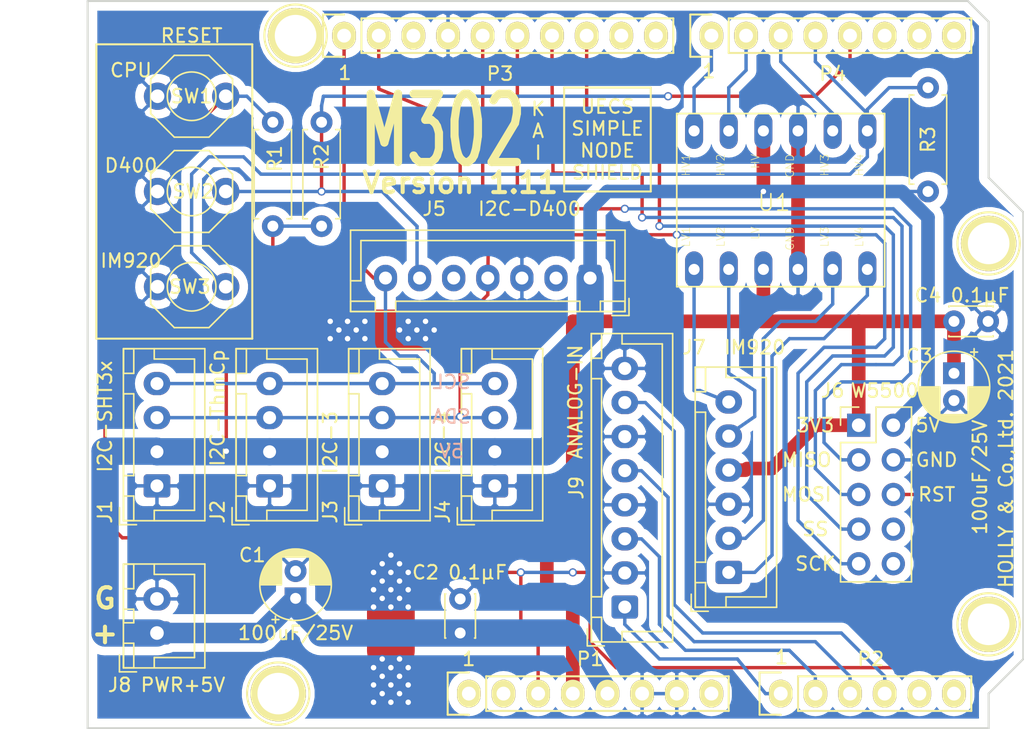
<source format=kicad_pcb>
(kicad_pcb (version 20221018) (generator pcbnew)
  (title_block (date "lun. 30 mars 2015"))
  (layers (0 "F.Cu" signal) (31 "B.Cu" signal) (34 "B.Paste" user) (35 "F.Paste" user) (36 "B.SilkS" user "B.Silkscreen") (37 "F.SilkS" user "F.Silkscreen") (38 "B.Mask" user) (39 "F.Mask" user) (44 "Edge.Cuts" user))
  (net 0 "")
  (net 1 "/IOREF")
  (net 2 "/Reset")
  (net 3 "+5V")
  (net 4 "GND")
  (net 5 "/AREF")
  (net 6 "/A4(SDA)")
  (net 7 "/A5(SCL)")
  (net 8 "/9(**)")
  (net 9 "/8")
  (net 10 "/7")
  (net 11 "/6(**)")
  (net 12 "/5(**)")
  (net 13 "/4")
  (net 14 "/3(**)")
  (net 15 "/2")
  (net 16 "/1(Tx)")
  (net 17 "/0(Rx)")
  (net 18 "Net-(P5-Pad1)")
  (net 19 "Net-(P6-Pad1)")
  (net 20 "Net-(P7-Pad1)")
  (net 21 "Net-(P8-Pad1)")
  (net 22 "/13(SCK)")
  (net 23 "/10(**/SS)")
  (net 24 "Net-(P1-Pad1)")
  (net 25 "+3V3")
  (net 26 "/12(MISO)")
  (net 27 "/11(**/MOSI)")
  (net 28 "Net-(J5-Pad5)")
  (net 29 "Net-(J5-Pad2)")
  (net 30 "Net-(J7-Pad6)")
  (net 31 "Net-(J7-Pad5)")
  (net 32 "Net-(J7-Pad2)")
  (net 33 "Net-(J7-Pad1)")
  (net 34 "Net-(J6-Pad10)")
  (net 35 "Net-(J6-Pad8)")
  (net 36 "Net-(P1-Pad8)")
  (net 37 "Net-(J9-Pad7)")
  (net 38 "Net-(J9-Pad5)")
  (net 39 "Net-(J9-Pad3)")
  (net 40 "Net-(J9-Pad1)")
  (net 41 "Net-(P2-Pad5)")
  (net 42 "Net-(P2-Pad6)")
  (footprint "Socket_Arduino_Uno:Socket_Strip_Arduino_1x08" (layer "F.Cu") (at 138.938 123.825)
    (fp_text reference "P1")
    (fp_text value "Power")
  )
  (footprint "Socket_Arduino_Uno:Socket_Strip_Arduino_1x06" (layer "F.Cu") (at 161.798 123.825)
    (fp_text reference "P2")
    (fp_text value "Analog")
  )
  (footprint "Socket_Arduino_Uno:Socket_Strip_Arduino_1x10" (layer "F.Cu") (at 129.794 75.565)
    (fp_text reference "P3")
    (fp_text value "Digital")
  )
  (footprint "Socket_Arduino_Uno:Socket_Strip_Arduino_1x08" (layer "F.Cu") (at 156.718 75.565)
    (fp_text reference "P4")
    (fp_text value "Digital")
  )
  (footprint "Socket_Arduino_Uno:Arduino_1pin" (layer "F.Cu") (at 124.968 123.825)
    (fp_text reference "P5" hide)
    (fp_text value "CONN_01X01" hide)
  )
  (footprint "Socket_Arduino_Uno:Arduino_1pin" (layer "F.Cu") (at 177.038 118.745)
    (fp_text reference "P6" hide)
    (fp_text value "CONN_01X01" hide)
  )
  (footprint "Socket_Arduino_Uno:Arduino_1pin" (layer "F.Cu") (at 126.238 75.565)
    (fp_text reference "P7" hide)
    (fp_text value "CONN_01X01" hide)
  )
  (footprint "Socket_Arduino_Uno:Arduino_1pin" (layer "F.Cu") (at 177.038 90.805)
    (fp_text reference "P8" hide)
    (fp_text value "CONN_01X01" hide)
  )
  (footprint "Connector_JST:JST_XH_B4B-XH-A_1x04_P2.50mm_Vertical" (layer "F.Cu") (at 116.078 108.585 90)
    (fp_text reference "J1")
    (fp_text value "I2C-SHT3x")
  )
  (footprint "Connector_JST:JST_XH_B4B-XH-A_1x04_P2.50mm_Vertical" (layer "F.Cu") (at 124.333 108.585 90)
    (fp_text reference "J2")
    (fp_text value "I2C-ThmCp")
  )
  (footprint "Connector_JST:JST_XH_B4B-XH-A_1x04_P2.50mm_Vertical" (layer "F.Cu") (at 132.588 108.585 90)
    (fp_text reference "J3")
    (fp_text value "I2C-3")
  )
  (footprint "Connector_JST:JST_XH_B4B-XH-A_1x04_P2.50mm_Vertical" (layer "F.Cu") (at 140.843 108.585 90)
    (fp_text reference "J4")
    (fp_text value "I2C-4")
  )
  (footprint "HOLLY:TVDT18-050" (layer "F.Cu") (at 118.618 86.995)
    (fp_text reference "SW2")
    (fp_text value "D400")
  )
  (footprint "Connector_JST:JST_XH_B7B-XH-A_1x07_P2.50mm_Vertical" (layer "F.Cu") (at 147.828 93.345 180)
    (fp_text reference "J5")
    (fp_text value "I2C-D400")
  )
  (footprint "HOLLY:TVDT18-050" (layer "F.Cu") (at 118.618 80.01)
    (fp_text reference "SW1")
    (fp_text value "CPU")
  )
  (footprint "Connector_PinHeader_2.54mm:PinHeader_2x05_P2.54mm_Vertical" (layer "F.Cu") (at 167.513 104.14)
    (fp_text reference "J6")
    (fp_text value "W5500")
  )
  (footprint "Connector_JST:JST_XH_B6B-XH-A_1x06_P2.50mm_Vertical" (layer "F.Cu") (at 157.988 114.935 90)
    (fp_text reference "J7")
    (fp_text value "IM920")
  )
  (footprint "Capacitor_THT:CP_Radial_D5.0mm_P2.00mm" (layer "F.Cu") (at 126.238 116.84 90)
    (fp_text reference "C1")
    (fp_text value "100uF/25V")
  )
  (footprint "Connector_JST:JST_XH_B2B-XH-A_1x02_P2.50mm_Vertical" (layer "F.Cu") (at 116.078 119.38 90)
    (fp_text reference "J8")
    (fp_text value "PWR+5V")
  )
  (footprint "HOLLY:SFE-BOB-12009" (layer "F.Cu") (at 161.798 87.63 -90)
    (fp_text reference "U1")
    (fp_text value "SFE-BOB-12009")
  )
  (footprint "HOLLY:TVDT18-050" (layer "F.Cu") (at 118.618 93.98 180)
    (fp_text reference "SW3")
    (fp_text value "IM920")
  )
  (footprint "Connector_JST:JST_XH_B8B-XH-A_1x08_P2.50mm_Vertical" (layer "F.Cu") (at 150.368 117.475 90)
    (fp_text reference "J9")
    (fp_text value "ANALOG-IN")
  )
  (footprint "Resistor_THT:R_Axial_DIN0207_L6.3mm_D2.5mm_P7.62mm_Horizontal" (layer "F.Cu") (at 172.593 79.375 -90)
    (fp_text reference "R3")
    (fp_text value "10k")
  )
  (footprint "Resistor_THT:R_Axial_DIN0207_L6.3mm_D2.5mm_P7.62mm_Horizontal" (layer "F.Cu") (at 124.571835 89.535 90)
    (fp_text reference "R1")
    (fp_text value "10k")
  )
  (footprint "Resistor_THT:R_Axial_DIN0207_L6.3mm_D2.5mm_P7.62mm_Horizontal" (layer "F.Cu") (at 128.143 89.535 90)
    (fp_text reference "R2")
    (fp_text value "10k")
  )
  (footprint "Capacitor_THT:C_Disc_D3.0mm_W2.0mm_P2.50mm" (layer "F.Cu") (at 138.303 119.38 90)
    (fp_text reference "C2")
    (fp_text value "0.1μF")
  )
  (footprint "Capacitor_THT:CP_Radial_D5.0mm_P2.00mm" (layer "F.Cu") (at 174.498 100.33 -90)
    (fp_text reference "C3")
    (fp_text value "100uF/25V")
  )
  (footprint "Capacitor_THT:C_Disc_D3.0mm_W2.0mm_P2.50mm" (layer "F.Cu") (at 174.498 96.52)
    (fp_text reference "C4")
    (fp_text value "0.1μF")
  )
  (gr_line (start 111.633 97.79) (end 111.633 76.2) (stroke (width 0.15)) (layer "F.SilkS"))
  (gr_line (start 145.923 86.995) (end 145.923 79.375) (stroke (width 0.15)) (layer "F.SilkS"))
  (gr_line (start 152.273 86.995) (end 145.923 86.995) (stroke (width 0.15)) (layer "F.SilkS"))
  (gr_line (start 123.063 76.2) (end 123.063 97.79) (stroke (width 0.15)) (layer "F.SilkS"))
  (gr_line (start 123.063 97.79) (end 111.633 97.79) (stroke (width 0.15)) (layer "F.SilkS"))
  (gr_line (start 111.633 76.2) (end 123.063 76.2) (stroke (width 0.15)) (layer "F.SilkS"))
  (gr_line (start 152.273 79.375) (end 152.273 86.995) (stroke (width 0.15)) (layer "F.SilkS"))
  (gr_line (start 145.923 79.375) (end 152.273 79.375) (stroke (width 0.15)) (layer "F.SilkS"))
  (gr_line (start 110.998 73.025) (end 110.998 126.365) (stroke (width 0.15)) (layer "Edge.Cuts"))
  (gr_line (start 177.038 123.825) (end 179.578 121.285) (stroke (width 0.15)) (layer "Edge.Cuts"))
  (gr_line (start 177.038 74.549) (end 175.514 73.025) (stroke (width 0.15)) (layer "Edge.Cuts"))
  (gr_line (start 175.514 73.025) (end 110.998 73.025) (stroke (width 0.15)) (layer "Edge.Cuts"))
  (gr_line (start 179.578 88.519) (end 177.038 85.979) (stroke (width 0.15)) (layer "Edge.Cuts"))
  (gr_line (start 179.578 121.285) (end 179.578 88.519) (stroke (width 0.15)) (layer "Edge.Cuts"))
  (gr_line (start 110.998 126.365) (end 177.038 126.365) (stroke (width 0.15)) (layer "Edge.Cuts"))
  (gr_line (start 177.038 126.365) (end 177.038 123.825) (stroke (width 0.15)) (layer "Edge.Cuts"))
  (gr_line (start 177.038 85.979) (end 177.038 74.549) (stroke (width 0.15)) (layer "Edge.Cuts"))
  (gr_text "5V" (at 137.668 106.045) (layer "B.SilkS") (effects (font (size 1 1)) (justify mirror)))
  (gr_text "SCL" (at 137.668 100.965) (layer "B.SilkS") (effects (font (size 1 1)) (justify mirror)))
  (gr_text "SDA" (at 137.668 103.505) (layer "B.SilkS") (effects (font (size 1 1)) (justify mirror)))
  (gr_text "1" (at 161.8615 121.158) (layer "F.SilkS") (effects (font (size 1 1))))
  (gr_text "1" (at 156.5275 78.1685) (layer "F.SilkS") (effects (font (size 1 1))))
  (gr_text "1" (at 129.8575 78.2955) (layer "F.SilkS") (effects (font (size 1 1))))
  (gr_text "K\nA\nI" (at 144.018 82.55) (layer "F.SilkS") (effects (font (size 1 1))))
  (gr_text "GND" (at 173.228 106.68) (layer "F.SilkS") (effects (font (size 1 1))))
  (gr_text "RST" (at 173.228 109.22) (layer "F.SilkS") (effects (font (size 1 1))))
  (gr_text "M302" (at 137.033 82.55) (layer "F.SilkS") (effects (font (size 5 3) (thickness 0.6))))
  (gr_text "MOSI" (at 163.703 109.22) (layer "F.SilkS") (effects (font (size 1 1))))
  (gr_text "MISO" (at 163.703 106.68) (layer "F.SilkS") (effects (font (size 1 1))))
  (gr_text "Version 1.11" (at 138.303 86.36) (layer "F.SilkS") (effects (font (size 1.5 1.5) (thickness 0.3))))
  (gr_text "G" (at 112.268 116.84) (layer "F.SilkS") (effects (font (size 1.5 1.5) (thickness 0.3))))
  (gr_text "3V3" (at 164.338 104.14) (layer "F.SilkS") (effects (font (size 1 1))))
  (gr_text "HOLLY & Co.,Ltd. 2021" (at 178.308 107.315 90) (layer "F.SilkS") (effects (font (size 1 1))))
  (gr_text "SS" (at 164.338 111.76) (layer "F.SilkS") (effects (font (size 1 1))))
  (gr_text "5V" (at 172.593 104.14) (layer "F.SilkS") (effects (font (size 1 1))))
  (gr_text "+" (at 112.268 119.38) (layer "F.SilkS") (effects (font (size 1.5 1.5) (thickness 0.3))))
  (gr_text "RESET" (at 118.618 75.565) (layer "F.SilkS") (effects (font (size 1 1))))
  (gr_text "UECS\nSIMPLE\nNODE\nSHIELD" (at 149.098 83.185) (layer "F.SilkS") (effects (font (size 1 1))))
  (gr_text "SCK" (at 164.338 114.3) (layer "F.SilkS") (effects (font (size 1 1))))
  (gr_text "1" (at 138.938 121.285) (layer "F.SilkS") (effects (font (size 1 1))))
  (segment (start 142.748 114.935) (end 142.748 114.935) (width 0.25) (layer "F.Cu") (net 2))
  (segment (start 112.268 85.725) (end 114.808 83.185) (width 0.25) (layer "F.Cu") (net 2))
  (segment (start 112.268 111.125) (end 112.268 85.725) (width 0.25) (layer "F.Cu") (net 2))
  (segment (start 149.733 121.92) (end 171.323 121.92) (width 0.25) (layer "F.Cu") (net 2))
  (segment (start 147.828 114.935) (end 147.828 120.015) (width 0.25) (layer "F.Cu") (net 2))
  (segment (start 142.748 118.745) (end 142.748 114.935) (width 0.25) (layer "F.Cu") (net 2))
  (segment (start 139.573 112.395) (end 113.538 112.395) (width 0.25) (layer "F.Cu") (net 2))
  (segment (start 146.558 114.935) (end 147.828 114.935) (width 0.25) (layer "F.Cu") (net 2))
  (segment (start 171.958 109.22) (end 170.053 109.22) (width 0.25) (layer "F.Cu") (net 2))
  (segment (start 113.538 112.395) (end 112.268 111.125) (width 0.25) (layer "F.Cu") (net 2))
  (segment (start 144.018 123.825) (end 144.018 119.38) (width 0.25) (layer "F.Cu") (net 2))
  (segment (start 142.748 114.935) (end 140.208 114.935) (width 0.25) (layer "F.Cu") (net 2))
  (segment (start 114.808 83.185) (end 117.943 83.185) (width 0.25) (layer "F.Cu") (net 2))
  (segment (start 147.828 120.015) (end 149.733 121.92) (width 0.25) (layer "F.Cu") (net 2))
  (segment (start 173.228 120.015) (end 173.228 110.49) (width 0.25) (layer "F.Cu") (net 2))
  (segment (start 117.943 83.185) (end 121.118 80.01) (width 0.25) (layer "F.Cu") (net 2))
  (segment (start 144.018 119.38) (end 142.748 118.745) (width 0.25) (layer "F.Cu") (net 2))
  (segment (start 173.228 110.49) (end 171.958 109.22) (width 0.25) (layer "F.Cu") (net 2))
  (segment (start 140.208 114.935) (end 139.573 112.395) (width 0.25) (layer "F.Cu") (net 2))
  (segment (start 171.323 121.92) (end 173.228 120.015) (width 0.25) (layer "F.Cu") (net 2))
  (via (at 146.558 114.935) (size 0.6) (drill 0.4) (layers "F.Cu" "B.Cu") (net 2))
  (via (at 142.748 114.935) (size 0.6) (drill 0.4) (layers "F.Cu" "B.Cu") (net 2))
  (segment (start 146.558 114.935) (end 146.558 114.935) (width 0.25) (layer "B.Cu") (net 2))
  (segment (start 142.748 114.935) (end 146.558 114.935) (width 0.25) (layer "B.Cu") (net 2))
  (segment (start 122.666835 80.01) (end 124.571835 81.915) (width 0.25) (layer "B.Cu") (net 2))
  (segment (start 121.118 80.01) (end 122.666835 80.01) (width 0.25) (layer "B.Cu") (net 2))
  (segment (start 160.528 86.995) (end 160.528 86.995) (width 0.5) (layer "F.Cu") (net 3))
  (segment (start 121.158 106.045) (end 121.158 106.045) (width 0.25) (layer "F.Cu") (net 3))
  (segment (start 124.571835 95.011165) (end 121.158 98.425) (width 0.25) (layer "F.Cu") (net 3))
  (segment (start 121.158 98.425) (end 121.158 106.045) (width 0.25) (layer "F.Cu") (net 3))
  (segment (start 124.571835 89.535) (end 124.571835 95.011165) (width 0.25) (layer "F.Cu") (net 3))
  (segment (start 160.528 82.55) (end 160.528 86.995) (width 1) (layer "F.Cu") (net 3))
  (via (at 160.528 86.995) (size 0.6) (drill 0.4) (layers "F.Cu" "B.Cu") (net 3))
  (via (at 121.158 106.045) (size 0.6) (drill 0.4) (layers "F.Cu" "B.Cu") (net 3))
  (segment (start 116.078 106.085) (end 124.333 106.085) (width 2) (layer "B.Cu") (net 3))
  (segment (start 126.238 116.84) (end 126.238 117.475) (width 1.5) (layer "B.Cu") (net 3))
  (segment (start 145.288 105.41) (end 145.288 99.695) (width 2) (layer "B.Cu") (net 3))
  (segment (start 170.688 86.995) (end 172.593 88.9) (width 1) (layer "B.Cu") (net 3))
  (segment (start 125.703205 89.535) (end 127.508 89.535) (width 0.25) (layer "B.Cu") (net 3))
  (segment (start 136.398 106.085) (end 140.843 106.085) (width 2) (layer "B.Cu") (net 3))
  (segment (start 172.593 86.995) (end 170.688 86.995) (width 0.25) (layer "B.Cu") (net 3))
  (segment (start 172.593 101.6) (end 170.053 104.14) (width 1) (layer "B.Cu") (net 3))
  (segment (start 147.828 93.345) (end 147.828 88.265) (width 1) (layer "B.Cu") (net 3))
  (segment (start 126.238 117.475) (end 126.873 118.11) (width 1.5) (layer "B.Cu") (net 3))
  (segment (start 126.873 118.11) (end 128.143 119.38) (width 1.5) (layer "B.Cu") (net 3))
  (segment (start 145.288 99.695) (end 147.828 97.155) (width 2) (layer "B.Cu") (net 3))
  (segment (start 116.078 119.38) (end 123.698 119.38) (width 1.5) (layer "B.Cu") (net 3))
  (segment (start 149.098 86.995) (end 170.688 86.995) (width 1) (layer "B.Cu") (net 3))
  (segment (start 116.038 106.045) (end 116.078 106.085) (width 2) (layer "B.Cu") (net 3))
  (segment (start 124.333 106.085) (end 136.398 106.085) (width 2) (layer "B.Cu") (net 3))
  (segment (start 116.078 119.38) (end 112.27301 119.38) (width 2) (layer "B.Cu") (net 3))
  (segment (start 124.571835 89.535) (end 125.703205 89.535) (width 0.25) (layer "B.Cu") (net 3))
  (segment (start 146.558 119.38) (end 149.098 123.647769) (width 1.5) (layer "B.Cu") (net 3))
  (segment (start 123.698 119.38) (end 126.238 116.84) (width 1.5) (layer "B.Cu") (net 3))
  (segment (start 147.828 88.265) (end 149.098 86.995) (width 1) (layer "B.Cu") (net 3))
  (segment (start 128.143 119.38) (end 145.923 119.38) (width 2) (layer "B.Cu") (net 3))
  (segment (start 149.098 123.647769) (end 149.098 123.825) (width 1.5) (layer "B.Cu") (net 3))
  (segment (start 144.613 106.085) (end 145.288 105.41) (width 2) (layer "B.Cu") (net 3))
  (segment (start 112.27301 119.38) (end 112.27301 106.045) (width 2) (layer "B.Cu") (net 3))
  (segment (start 136.398 106.085) (end 137.628 106.085) (width 0.5) (layer "B.Cu") (net 3))
  (segment (start 140.843 106.085) (end 144.613 106.085) (width 2) (layer "B.Cu") (net 3))
  (segment (start 112.27301 106.045) (end 116.038 106.045) (width 2) (layer "B.Cu") (net 3))
  (segment (start 147.828 97.155) (end 147.828 93.345) (width 2) (layer "B.Cu") (net 3))
  (segment (start 172.593 88.9) (end 172.593 101.6) (width 1) (layer "B.Cu") (net 3))
  (segment (start 129.413 97.155) (end 135.763 97.155) (width 3) (layer "F.Cu") (net 4))
  (segment (start 135.763 97.155) (end 135.763 97.155) (width 0.25) (layer "F.Cu") (net 4))
  (segment (start 133.223 114.935) (end 133.223 120.65) (width 3.5) (layer "F.Cu") (net 4))
  (segment (start 133.223 121.92) (end 133.223 121.92) (width 3) (layer "F.Cu") (net 4))
  (segment (start 133.223 121.92) (end 133.223 121.92) (width 3) (layer "F.Cu") (net 4))
  (segment (start 133.223 121.92) (end 133.223 123.825) (width 3.5) (layer "F.Cu") (net 4))
  (segment (start 129.413 97.155) (end 129.413 97.155) (width 0.25) (layer "F.Cu") (net 4))
  (segment (start 163.068 82.55) (end 163.068 92.71) (width 1) (layer "F.Cu") (net 4))
  (segment (start 133.223 116.205) (end 133.223 116.205) (width 3) (layer "F.Cu") (net 4))
  (via (at 130.683 97.155) (size 0.6) (drill 0.4) (layers "F.Cu" "B.Cu") (net 4))
  (via (at 135.128 97.155) (size 0.6) (drill 0.4) (layers "F.Cu" "B.Cu") (net 4))
  (via (at 133.858 115.57) (size 0.6) (drill 0.4) (layers "F.Cu" "B.Cu") (net 4))
  (via (at 133.858 116.84) (size 0.6) (drill 0.4) (layers "F.Cu" "B.Cu") (net 4))
  (via (at 132.588 116.84) (size 0.6) (drill 0.4) (layers "F.Cu" "B.Cu") (net 4))
  (via (at 132.588 115.57) (size 0.6) (drill 0.4) (layers "F.Cu" "B.Cu") (net 4))
  (via (at 133.223 117.475) (size 0.6) (drill 0.4) (layers "F.Cu" "B.Cu") (net 4))
  (via (at 133.223 114.935) (size 0.6) (drill 0.4) (layers "F.Cu" "B.Cu") (net 4))
  (via (at 133.858 121.285) (size 0.6) (drill 0.4) (layers "F.Cu" "B.Cu") (net 4))
  (via (at 132.588 121.285) (size 0.6) (drill 0.4) (layers "F.Cu" "B.Cu") (net 4))
  (via (at 131.953 121.92) (size 0.6) (drill 0.4) (layers "F.Cu" "B.Cu") (net 4))
  (via (at 134.493 121.92) (size 0.6) (drill 0.4) (layers "F.Cu" "B.Cu") (net 4))
  (via (at 133.858 122.555) (size 0.6) (drill 0.4) (layers "F.Cu" "B.Cu") (net 4))
  (via (at 132.588 122.555) (size 0.6) (drill 0.4) (layers "F.Cu" "B.Cu") (net 4))
  (via (at 131.953 123.19) (size 0.6) (drill 0.4) (layers "F.Cu" "B.Cu") (net 4))
  (via (at 133.223 123.19) (size 0.6) (drill 0.4) (layers "F.Cu" "B.Cu") (net 4))
  (via (at 134.493 123.19) (size 0.6) (drill 0.4) (layers "F.Cu" "B.Cu") (net 4))
  (via (at 133.858 123.825) (size 0.6) (drill 0.4) (layers "F.Cu" "B.Cu") (net 4))
  (via (at 132.588 123.825) (size 0.6) (drill 0.4) (layers "F.Cu" "B.Cu") (net 4))
  (via (at 133.223 124.46) (size 0.6) (drill 0.4) (layers "F.Cu" "B.Cu") (net 4))
  (via (at 134.493 124.46) (size 0.6) (drill 0.4) (layers "F.Cu" "B.Cu") (net 4))
  (via (at 131.953 124.46) (size 0.6) (drill 0.4) (layers "F.Cu" "B.Cu") (net 4))
  (via (at 131.953 116.205) (size 0.6) (drill 0.4) (layers "F.Cu" "B.Cu") (net 4))
  (via (at 134.493 116.205) (size 0.6) (drill 0.4) (layers "F.Cu" "B.Cu") (net 4))
  (via (at 134.493 117.475) (size 0.6) (drill 0.4) (layers "F.Cu" "B.Cu") (net 4))
  (via (at 131.953 117.475) (size 0.6) (drill 0.4) (layers "F.Cu" "B.Cu") (net 4))
  (via (at 132.588 114.3) (size 0.6) (drill 0.4) (layers "F.Cu" "B.Cu") (net 4))
  (via (at 133.858 114.3) (size 0.6) (drill 0.4) (layers "F.Cu" "B.Cu") (net 4))
  (via (at 134.493 114.935) (size 0.6) (drill 0.4) (layers "F.Cu" "B.Cu") (net 4))
  (via (at 131.953 114.935) (size 0.6) (drill 0.4) (layers "F.Cu" "B.Cu") (net 4))
  (via (at 133.223 113.665) (size 0.6) (drill 0.4) (layers "F.Cu" "B.Cu") (net 4))
  (via (at 130.048 96.52) (size 0.6) (drill 0.4) (layers "F.Cu" "B.Cu") (net 4))
  (via (at 131.318 96.52) (size 0.6) (drill 0.4) (layers "F.Cu" "B.Cu") (net 4))
  (via (at 131.318 97.79) (size 0.6) (drill 0.4) (layers "F.Cu" "B.Cu") (net 4))
  (via (at 130.048 97.79) (size 0.6) (drill 0.4) (layers "F.Cu" "B.Cu") (net 4))
  (via (at 134.493 97.79) (size 0.6) (drill 0.4) (layers "F.Cu" "B.Cu") (net 4))
  (via (at 134.493 96.52) (size 0.6) (drill 0.4) (layers "F.Cu" "B.Cu") (net 4))
  (via (at 135.763 96.52) (size 0.6) (drill 0.4) (layers "F.Cu" "B.Cu") (net 4))
  (via (at 136.398 97.155) (size 0.6) (drill 0.4) (layers "F.Cu" "B.Cu") (net 4))
  (via (at 135.763 97.79) (size 0.6) (drill 0.4) (layers "F.Cu" "B.Cu") (net 4))
  (via (at 133.858 97.155) (size 0.6) (drill 0.4) (layers "F.Cu" "B.Cu") (net 4))
  (via (at 128.778 96.52) (size 0.6) (drill 0.4) (layers "F.Cu" "B.Cu") (net 4))
  (via (at 128.778 97.79) (size 0.6) (drill 0.4) (layers "F.Cu" "B.Cu") (net 4))
  (via (at 129.413 97.155) (size 0.6) (drill 0.4) (layers "F.Cu" "B.Cu") (net 4))
  (via (at 140.843 108.585) (size 0.6) (drill 0.4) (layers "F.Cu" "B.Cu") (net 4))
  (via (at 133.223 121.92) (size 0.6) (drill 0.4) (layers "F.Cu" "B.Cu") (net 4))
  (via (at 133.223 116.205) (size 0.6) (drill 0.4) (layers "F.Cu" "B.Cu") (net 4))
  (segment (start 138.303 103.505) (end 138.303 103.505) (width 0.25) (layer "F.Cu") (net 6))
  (segment (start 140.328 94.57) (end 139.648 95.25) (width 0.25) (layer "F.Cu") (net 6))
  (segment (start 140.366549 90.328549) (end 138.303 88.265) (width 0.25) (layer "F.Cu") (net 6))
  (segment (start 139.648 95.25) (end 139.648 96.445) (width 0.25) (layer "F.Cu") (net 6))
  (segment (start 132.334 79.4766) (end 132.334 79.375) (width 0.25) (layer "F.Cu") (net 6))
  (segment (start 138.303 81.915) (end 132.334 79.4766) (width 0.25) (layer "F.Cu") (net 6))
  (segment (start 138.303 88.265) (end 138.303 81.915) (width 0.25) (layer "F.Cu") (net 6))
  (segment (start 140.328 93.345) (end 140.328 94.57) (width 0.25) (layer "F.Cu") (net 6))
  (segment (start 132.334 79.375) (end 132.334 75.565) (width 0.25) (layer "F.Cu") (net 6))
  (segment (start 138.303 97.79) (end 138.303 103.505) (width 0.25) (layer "F.Cu") (net 6))
  (segment (start 140.328 93.345) (end 140.366549 90.805) (width 0.25) (layer "F.Cu") (net 6))
  (segment (start 139.648 96.445) (end 138.303 97.79) (width 0.25) (layer "F.Cu") (net 6))
  (segment (start 140.366549 90.805) (end 140.366549 90.328549) (width 0.25) (layer "F.Cu") (net 6))
  (via (at 138.303 103.505) (size 0.6) (drill 0.4) (layers "F.Cu" "B.Cu") (net 6))
  (segment (start 116.078 103.585) (end 136.398 103.585) (width 0.25) (layer "B.Cu") (net 6))
  (segment (start 136.398 103.585) (end 140.843 103.585) (width 0.25) (layer "B.Cu") (net 6))
  (segment (start 129.794 75.565) (end 129.794 91.186) (width 0.25) (layer "F.Cu") (net 7))
  (segment (start 129.794 91.186) (end 131.953 93.345) (width 0.25) (layer "F.Cu") (net 7))
  (segment (start 131.953 93.345) (end 132.828 93.345) (width 0.25) (layer "F.Cu") (net 7))
  (segment (start 136.398 100.33) (end 135.128 99.06) (width 0.25) (layer "B.Cu") (net 7))
  (segment (start 133.858 99.06) (end 132.828 98.03) (width 0.25) (layer "B.Cu") (net 7))
  (segment (start 126.238 101.085) (end 136.398 101.085) (width 0.25) (layer "B.Cu") (net 7))
  (segment (start 136.398 101.085) (end 140.843 101.085) (width 0.25) (layer "B.Cu") (net 7))
  (segment (start 132.828 98.03) (end 132.828 93.345) (width 0.25) (layer "B.Cu") (net 7))
  (segment (start 136.398 101.085) (end 136.398 100.33) (width 0.25) (layer "B.Cu") (net 7))
  (segment (start 135.128 99.06) (end 133.858 99.06) (width 0.25) (layer "B.Cu") (net 7))
  (segment (start 116.078 101.085) (end 126.238 101.085) (width 0.25) (layer "B.Cu") (net 7))
  (segment (start 156.718 78.105) (end 156.718 75.565) (width 0.25) (layer "B.Cu") (net 10))
  (segment (start 155.448 79.375) (end 156.718 78.105) (width 0.25) (layer "B.Cu") (net 10))
  (segment (start 155.448 82.55) (end 155.448 79.375) (width 0.25) (layer "B.Cu") (net 10))
  (segment (start 157.988 79.375) (end 159.258 78.105) (width 0.25) (layer "B.Cu") (net 11))
  (segment (start 157.988 82.55) (end 157.988 79.375) (width 0.25) (layer "B.Cu") (net 11))
  (segment (start 159.258 78.105) (end 159.258 75.565) (width 0.25) (layer "B.Cu") (net 11))
  (segment (start 165.608 82.55) (end 165.608 81.28) (width 0.25) (layer "B.Cu") (net 12))
  (segment (start 165.608 81.28) (end 161.798 77.47) (width 0.25) (layer "B.Cu") (net 12))
  (segment (start 161.798 77.47) (end 161.798 75.565) (width 0.25) (layer "B.Cu") (net 12))
  (segment (start 168.148 82.55) (end 168.148 81.28) (width 0.25) (layer "B.Cu") (net 13))
  (segment (start 118.618 85.725) (end 119.888 84.455) (width 0.25) (layer "B.Cu") (net 13))
  (segment (start 119.888 84.455) (end 122.428 84.455) (width 0.25) (layer "B.Cu") (net 13))
  (segment (start 121.118 93.98) (end 118.618 91.48) (width 0.25) (layer "B.Cu") (net 13))
  (segment (start 122.428 84.455) (end 123.698 85.725) (width 0.25) (layer "B.Cu") (net 13))
  (segment (start 171.46163 79.375) (end 172.593 79.375) (width 0.25) (layer "B.Cu") (net 13))
  (segment (start 166.878 85.725) (end 168.148 84.455) (width 0.25) (layer "B.Cu") (net 13))
  (segment (start 168.148 81.28) (end 164.338 77.47) (width 0.25) (layer "B.Cu") (net 13))
  (segment (start 118.618 91.48) (end 118.618 85.725) (width 0.25) (layer "B.Cu") (net 13))
  (segment (start 168.148 84.455) (end 168.148 82.55) (width 0.25) (layer "B.Cu") (net 13))
  (segment (start 164.338 77.47) (end 164.338 75.565) (width 0.25) (layer "B.Cu") (net 13))
  (segment (start 168.148 82.55) (end 168.148 80.9792) (width 0.25) (layer "B.Cu") (net 13))
  (segment (start 168.148 80.9792) (end 169.7522 79.375) (width 0.25) (layer "B.Cu") (net 13))
  (segment (start 169.7522 79.375) (end 171.46163 79.375) (width 0.25) (layer "B.Cu") (net 13))
  (segment (start 123.698 85.725) (end 166.878 85.725) (width 0.25) (layer "B.Cu") (net 13))
  (segment (start 153.543 80.01) (end 164.338 80.01) (width 0.25) (layer "F.Cu") (net 14))
  (segment (start 166.878 77.47) (end 166.878 75.565) (width 0.25) (layer "F.Cu") (net 14))
  (segment (start 128.143 81.915) (end 128.143 86.995) (width 0.25) (layer "F.Cu") (net 14))
  (segment (start 164.338 80.01) (end 166.878 77.47) (width 0.25) (layer "F.Cu") (net 14))
  (via (at 153.543 80.01) (size 0.6) (drill 0.4) (layers "F.Cu" "B.Cu") (net 14))
  (via (at 128.143 86.995) (size 0.6) (drill 0.4) (layers "F.Cu" "B.Cu") (net 14))
  (segment (start 153.543 80.01) (end 153.543 80.01) (width 0.25) (layer "B.Cu") (net 14))
  (segment (start 135.1416 92.89499) (end 135.009795 93.026795) (width 0.25) (layer "B.Cu") (net 14))
  (segment (start 128.143 81.915) (end 128.143 80.714315) (width 0.25) (layer "B.Cu") (net 14))
  (segment (start 128.28163 80.01) (end 153.543 80.01) (width 0.25) (layer "B.Cu") (net 14))
  (segment (start 132.588 86.995) (end 135.1416 89.5486) (width 0.25) (layer "B.Cu") (net 14))
  (segment (start 128.143 80.714315) (end 128.28163 80.01) (width 0.25) (layer "B.Cu") (net 14))
  (segment (start 135.1416 89.5486) (end 135.1416 92.89499) (width 0.25) (layer "B.Cu") (net 14))
  (segment (start 121.118 86.995) (end 132.588 86.995) (width 0.25) (layer "B.Cu") (net 14))
  (segment (start 141.478 89.789) (end 139.954 88.265) (width 0.25) (layer "F.Cu") (net 22))
  (segment (start 154.178 90.17) (end 141.478 90.17) (width 0.25) (layer "F.Cu") (net 22))
  (segment (start 139.954 88.265) (end 139.954 75.565) (width 0.25) (layer "F.Cu") (net 22))
  (segment (start 141.478 90.17) (end 141.478 89.789) (width 0.25) (layer "F.Cu") (net 22))
  (via (at 154.178 90.17) (size 0.6) (drill 0.4) (layers "F.Cu" "B.Cu") (net 22))
  (segment (start 166.243 114.3) (end 167.513 114.3) (width 0.25) (layer "B.Cu") (net 22))
  (segment (start 169.418 97.79) (end 168.783 98.425) (width 0.25) (layer "B.Cu") (net 22))
  (segment (start 169.418 90.805) (end 169.418 97.79) (width 0.25) (layer "B.Cu") (net 22))
  (segment (start 163.068 100.33) (end 163.068 111.125) (width 0.25) (layer "B.Cu") (net 22))
  (segment (start 168.783 98.425) (end 164.973 98.425) (width 0.25) (layer "B.Cu") (net 22))
  (segment (start 163.068 111.125) (end 166.243 114.3) (width 0.25) (layer "B.Cu") (net 22))
  (segment (start 168.783 90.17) (end 169.418 90.805) (width 0.25) (layer "B.Cu") (net 22))
  (segment (start 164.973 98.425) (end 163.068 100.33) (width 0.25) (layer "B.Cu") (net 22))
  (segment (start 154.178 90.17) (end 168.783 90.17) (width 0.25) (layer "B.Cu") (net 22))
  (segment (start 152.908 89.535) (end 152.908 89.535) (width 0.25) (layer "F.Cu") (net 23))
  (segment (start 147.574 75.565) (end 147.574 84.074) (width 0.25) (layer "F.Cu") (net 23))
  (segment (start 152.908 84.074) (end 147.574 84.074) (width 0.25) (layer "F.Cu") (net 23))
  (segment (start 152.908 84.074) (end 152.908 89.535) (width 0.25) (layer "F.Cu") (net 23))
  (via (at 152.908 89.535) (size 0.6) (drill 0.4) (layers "F.Cu" "B.Cu") (net 23))
  (segment (start 170.053 90.17) (end 169.418 89.535) (width 0.25) (layer "B.Cu") (net 23))
  (segment (start 169.418 99.06) (end 170.053 98.425) (width 0.25) (layer "B.Cu") (net 23))
  (segment (start 170.053 98.425) (end 170.053 90.17) (width 0.25) (layer "B.Cu") (net 23))
  (segment (start 167.513 111.76) (end 166.243 111.76) (width 0.25) (layer "B.Cu") (net 23))
  (segment (start 165.608 99.06) (end 169.418 99.06) (width 0.25) (layer "B.Cu") (net 23))
  (segment (start 166.243 111.76) (end 163.703 109.22) (width 0.25) (layer "B.Cu") (net 23))
  (segment (start 169.418 89.535) (end 152.908 89.535) (width 0.25) (layer "B.Cu") (net 23))
  (segment (start 163.703 109.22) (end 163.703 100.965) (width 0.25) (layer "B.Cu") (net 23))
  (segment (start 163.703 100.965) (end 165.608 99.06) (width 0.25) (layer "B.Cu") (net 23))
  (segment (start 160.528 96.52) (end 167.513 96.52) (width 1) (layer "F.Cu") (net 25))
  (segment (start 167.513 102.235) (end 167.513 104.14) (width 1) (layer "F.Cu") (net 25))
  (segment (start 146.558 112.395) (end 145.288 112.395) (width 1) (layer "F.Cu") (net 25))
  (segment (start 146.558 116.84) (end 146.558 123.825) (width 1) (layer "F.Cu") (net 25))
  (segment (start 161.163 107.315) (end 164.338 104.14) (width 1) (layer "F.Cu") (net 25))
  (segment (start 145.288 112.395) (end 144.653 113.03) (width 1) (layer "F.Cu") (net 25))
  (segment (start 146.558 96.52) (end 160.528 96.52) (width 1) (layer "F.Cu") (net 25))
  (segment (start 157.988 107.435) (end 159.213 107.435) (width 1) (layer "F.Cu") (net 25))
  (segment (start 167.513 96.52) (end 167.513 102.235) (width 1) (layer "F.Cu") (net 25))
  (segment (start 164.338 104.14) (end 167.513 104.14) (width 1) (layer "F.Cu") (net 25))
  (segment (start 174.498 96.52) (end 174.498 100.33) (width 1) (layer "F.Cu") (net 25))
  (segment (start 160.528 92.71) (end 160.528 96.52) (width 1) (layer "F.Cu") (net 25))
  (segment (start 159.213 107.435) (end 159.333 107.315) (width 0.25) (layer "F.Cu") (net 25))
  (segment (start 145.288 116.84) (end 146.558 116.84) (width 1) (layer "F.Cu") (net 25))
  (segment (start 146.558 112.395) (end 146.558 96.52) (width 1) (layer "F.Cu") (net 25))
  (segment (start 167.513 96.52) (end 174.498 96.52) (width 1) (layer "F.Cu") (net 25))
  (segment (start 159.333 107.315) (end 161.163 107.315) (width 1) (layer "F.Cu") (net 25))
  (segment (start 144.653 113.03) (end 144.653 116.205) (width 1) (layer "F.Cu") (net 25))
  (segment (start 144.653 116.205) (end 145.288 116.84) (width 1) (layer "F.Cu") (net 25))
  (segment (start 142.494 88.265) (end 142.494 75.565) (width 0.25) (layer "F.Cu") (net 26))
  (segment (start 150.368 88.265) (end 142.748 88.265) (width 0.25) (layer "F.Cu") (net 26))
  (segment (start 142.494 88.265) (end 142.748 88.265) (width 0.25) (layer "F.Cu") (net 26))
  (via (at 150.368 88.265) (size 0.6) (drill 0.4) (layers "F.Cu" "B.Cu") (net 26))
  (segment (start 150.368 88.265) (end 150.368 88.265) (width 0.25) (layer "B.Cu") (net 26))
  (segment (start 166.243 106.68) (end 164.973 105.41) (width 0.25) (layer "B.Cu") (net 26))
  (segment (start 167.513 106.68) (end 166.243 106.68) (width 0.25) (layer "B.Cu") (net 26))
  (segment (start 170.688 100.965) (end 171.323 100.33) (width 0.25) (layer "B.Cu") (net 26))
  (segment (start 164.973 105.41) (end 164.973 102.235) (width 0.25) (layer "B.Cu") (net 26))
  (segment (start 166.243 100.965) (end 170.688 100.965) (width 0.25) (layer "B.Cu") (net 26))
  (segment (start 164.973 102.235) (end 166.243 100.965) (width 0.25) (layer "B.Cu") (net 26))
  (segment (start 170.053 88.265) (end 150.368 88.265) (width 0.25) (layer "B.Cu") (net 26))
  (segment (start 171.323 100.33) (end 171.323 89.535) (width 0.25) (layer "B.Cu") (net 26))
  (segment (start 171.323 89.535) (end 170.053 88.265) (width 0.25) (layer "B.Cu") (net 26))
  (segment (start 145.034 78.486) (end 145.034 75.565) (width 0.25) (layer "F.Cu") (net 27))
  (segment (start 145.107761 85.63989) (end 145.034 78.486) (width 0.25) (layer "F.Cu") (net 27))
  (segment (start 151.638 88.9) (end 151.638 85.725) (width 0.25) (layer "F.Cu") (net 27))
  (segment (start 151.638 85.725) (end 145.107761 85.63989) (width 0.25) (layer "F.Cu") (net 27))
  (via (at 151.638 88.9) (size 0.6) (drill 0.4) (layers "F.Cu" "B.Cu") (net 27))
  (segment (start 151.638 88.9) (end 151.638 88.9) (width 0.25) (layer "B.Cu") (net 27))
  (segment (start 170.688 99.06) (end 170.688 89.53641) (width 0.25) (layer "B.Cu") (net 27))
  (segment (start 166.243 109.22) (end 164.338 107.315) (width 0.25) (layer "B.Cu") (net 27))
  (segment (start 170.688 89.53641) (end 170.05159 88.9) (width 0.25) (layer "B.Cu") (net 27))
  (segment (start 164.338 101.6) (end 166.243 99.695) (width 0.25) (layer "B.Cu") (net 27))
  (segment (start 170.053 99.695) (end 170.688 99.06) (width 0.25) (layer "B.Cu") (net 27))
  (segment (start 168.783 99.695) (end 170.053 99.695) (width 0.25) (layer "B.Cu") (net 27))
  (segment (start 167.513 109.22) (end 166.243 109.22) (width 0.25) (layer "B.Cu") (net 27))
  (segment (start 164.338 107.315) (end 164.338 101.6) (width 0.25) (layer "B.Cu") (net 27))
  (segment (start 170.05159 88.9) (end 151.638 88.9) (width 0.25) (layer "B.Cu") (net 27))
  (segment (start 166.243 99.695) (end 168.783 99.695) (width 0.25) (layer "B.Cu") (net 27))
  (segment (start 155.883 101.6) (end 157.988 102.435) (width 0.25) (layer "B.Cu") (net 30))
  (segment (start 155.448 101.6) (end 155.883 101.6) (width 0.25) (layer "B.Cu") (net 30))
  (segment (start 155.448 92.71) (end 155.448 101.6) (width 0.25) (layer "B.Cu") (net 30))
  (segment (start 157.988 92.71) (end 157.988 100.33) (width 0.25) (layer "B.Cu") (net 31))
  (segment (start 159.893 101.6) (end 159.893 103.505) (width 0.25) (layer "B.Cu") (net 31))
  (segment (start 159.893 103.505) (end 157.828 104.935) (width 0.25) (layer "B.Cu") (net 31))
  (segment (start 157.988 100.33) (end 159.893 101.6) (width 0.25) (layer "B.Cu") (net 31))
  (segment (start 165.608 92.71) (end 165.608 95.25) (width 0.25) (layer "B.Cu") (net 32))
  (segment (start 159.218 112.435) (end 157.988 112.435) (width 0.25) (layer "B.Cu") (net 32))
  (segment (start 160.528 111.125) (end 159.218 112.435) (width 0.25) (layer "B.Cu") (net 32))
  (segment (start 160.528 97.79) (end 160.528 111.125) (width 0.25) (layer "B.Cu") (net 32))
  (segment (start 161.798 96.52) (end 160.528 97.79) (width 0.25) (layer "B.Cu") (net 32))
  (segment (start 164.338 96.52) (end 161.798 96.52) (width 0.25) (layer "B.Cu") (net 32))
  (segment (start 165.608 95.25) (end 164.338 96.52) (width 0.25) (layer "B.Cu") (net 32))
  (segment (start 159.893 114.935) (end 157.988 114.935) (width 0.25) (layer "B.Cu") (net 33))
  (segment (start 168.148 92.71) (end 168.148 94.615) (width 0.25) (layer "B.Cu") (net 33))
  (segment (start 164.973 97.79) (end 162.433 97.79) (width 0.25) (layer "B.Cu") (net 33))
  (segment (start 161.163 99.06) (end 161.163 113.665) (width 0.25) (layer "B.Cu") (net 33))
  (segment (start 162.433 97.79) (end 161.163 99.06) (width 0.25) (layer "B.Cu") (net 33))
  (segment (start 161.163 113.665) (end 159.893 114.935) (width 0.25) (layer "B.Cu") (net 33))
  (segment (start 168.148 94.615) (end 164.973 97.79) (width 0.25) (layer "B.Cu") (net 33))
  (segment (start 169.418 123.825) (end 169.418 122.559) (width 0.25) (layer "B.Cu") (net 37))
  (segment (start 153.99301 117.29001) (end 153.99301 104.59001) (width 0.25) (layer "B.Cu") (net 37))
  (segment (start 169.418 122.559) (end 166.239 119.38) (width 0.25) (layer "B.Cu") (net 37))
  (segment (start 156.083 119.38) (end 153.99301 117.29001) (width 0.25) (layer "B.Cu") (net 37))
  (segment (start 151.878 102.475) (end 150.368 102.475) (width 0.25) (layer "B.Cu") (net 37))
  (segment (start 166.239 119.38) (end 156.083 119.38) (width 0.25) (layer "B.Cu") (net 37))
  (segment (start 153.99301 104.59001) (end 151.878 102.475) (width 0.25) (layer "B.Cu") (net 37))
  (segment (start 166.878 122.559) (end 164.334 120.015) (width 0.25) (layer "B.Cu") (net 38))
  (segment (start 166.878 123.825) (end 166.878 122.559) (width 0.25) (layer "B.Cu") (net 38))
  (segment (start 153.543 118.11) (end 153.543 109.425) (width 0.25) (layer "B.Cu") (net 38))
  (segment (start 155.448 120.015) (end 153.543 118.11) (width 0.25) (layer "B.Cu") (net 38))
  (segment (start 151.593 107.475) (end 150.368 107.475) (width 0.25) (layer "B.Cu") (net 38))
  (segment (start 164.334 120.015) (end 155.448 120.015) (width 0.25) (layer "B.Cu") (net 38))
  (segment (start 153.543 109.425) (end 151.593 107.475) (width 0.25) (layer "B.Cu") (net 38))
  (segment (start 152.908 113.79) (end 151.593 112.475) (width 0.25) (layer "B.Cu") (net 39))
  (segment (start 151.593 112.475) (end 150.368 112.475) (width 0.25) (layer "B.Cu") (net 39))
  (segment (start 154.813 120.65) (end 152.908 118.745) (width 0.25) (layer "B.Cu") (net 39))
  (segment (start 164.338 122.559) (end 162.429 120.65) (width 0.25) (layer "B.Cu") (net 39))
  (segment (start 162.429 120.65) (end 154.813 120.65) (width 0.25) (layer "B.Cu") (net 39))
  (segment (start 152.908 118.745) (end 152.908 113.79) (width 0.25) (layer "B.Cu") (net 39))
  (segment (start 164.338 123.825) (end 164.338 122.559) (width 0.25) (layer "B.Cu") (net 39))
  (segment (start 150.368 118.745) (end 150.368 117.475) (width 0.25) (layer "B.Cu") (net 40))
  (segment (start 161.798 123.825) (end 160.6844 123.825) (width 0.25) (layer "B.Cu") (net 40))
  (segment (start 152.908 121.285) (end 150.368 118.745) (width 0.25) (layer "B.Cu") (net 40))
  (segment (start 158.623 121.285) (end 152.908 121.285) (width 0.25) (layer "B.Cu") (net 40))
  (segment (start 160.6844 123.825) (end 158.623 121.285) (width 0.25) (layer "B.Cu") (net 40))
  (zone (net 4) (net_name "GND") (layer "B.Cu") (connect_pads (clearance 0.508)) (min_thickness 0.254) (fill yes (thermal_gap 0.508) (thermal_bridge_width 0.508))
    (polygon (pts (xy 177.038 74.93) (xy 177.038 86.36) (xy 179.578 88.265) (xy 179.578 121.285) (xy 177.038 123.825) (xy 177.038 126.365) (xy 110.998 126.365) (xy 110.998 73.025) (xy 175.768 73.025)))
  )
)
</source>
